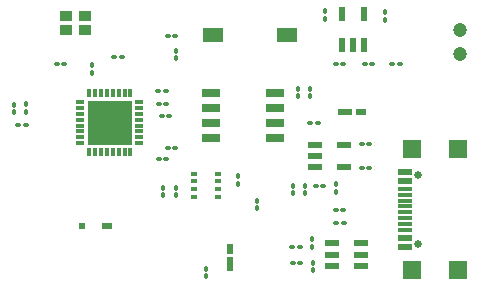
<source format=gts>
%TF.GenerationSoftware,KiCad,Pcbnew,7.0.9*%
%TF.CreationDate,2024-05-05T23:45:12+02:00*%
%TF.ProjectId,esp32_c3_custom_board,65737033-325f-4633-935f-637573746f6d,rev?*%
%TF.SameCoordinates,Original*%
%TF.FileFunction,Soldermask,Top*%
%TF.FilePolarity,Negative*%
%FSLAX46Y46*%
G04 Gerber Fmt 4.6, Leading zero omitted, Abs format (unit mm)*
G04 Created by KiCad (PCBNEW 7.0.9) date 2024-05-05 23:45:12*
%MOMM*%
%LPD*%
G01*
G04 APERTURE LIST*
G04 Aperture macros list*
%AMRoundRect*
0 Rectangle with rounded corners*
0 $1 Rounding radius*
0 $2 $3 $4 $5 $6 $7 $8 $9 X,Y pos of 4 corners*
0 Add a 4 corners polygon primitive as box body*
4,1,4,$2,$3,$4,$5,$6,$7,$8,$9,$2,$3,0*
0 Add four circle primitives for the rounded corners*
1,1,$1+$1,$2,$3*
1,1,$1+$1,$4,$5*
1,1,$1+$1,$6,$7*
1,1,$1+$1,$8,$9*
0 Add four rect primitives between the rounded corners*
20,1,$1+$1,$2,$3,$4,$5,0*
20,1,$1+$1,$4,$5,$6,$7,0*
20,1,$1+$1,$6,$7,$8,$9,0*
20,1,$1+$1,$8,$9,$2,$3,0*%
G04 Aperture macros list end*
%ADD10RoundRect,0.100000X-0.100000X0.130000X-0.100000X-0.130000X0.100000X-0.130000X0.100000X0.130000X0*%
%ADD11RoundRect,0.100000X-0.130000X-0.100000X0.130000X-0.100000X0.130000X0.100000X-0.130000X0.100000X0*%
%ADD12R,1.300000X0.500000*%
%ADD13R,0.870000X0.500000*%
%ADD14R,0.500000X0.500000*%
%ADD15R,0.900000X0.500000*%
%ADD16RoundRect,0.100000X0.100000X-0.130000X0.100000X0.130000X-0.100000X0.130000X-0.100000X-0.130000X0*%
%ADD17R,1.750000X1.200000*%
%ADD18RoundRect,0.100000X0.130000X0.100000X-0.130000X0.100000X-0.130000X-0.100000X0.130000X-0.100000X0*%
%ADD19C,1.200000*%
%ADD20R,0.500000X0.350000*%
%ADD21R,1.150000X0.600000*%
%ADD22R,0.600000X1.200000*%
%ADD23R,0.800000X0.300000*%
%ADD24R,0.300000X0.800000*%
%ADD25R,3.750000X3.750000*%
%ADD26R,1.000000X0.900000*%
%ADD27R,0.500000X1.300000*%
%ADD28R,0.500000X0.870000*%
%ADD29R,1.200000X0.600000*%
%ADD30C,0.650000*%
%ADD31R,1.150000X0.300000*%
%ADD32R,1.500000X1.500000*%
%ADD33R,1.525000X0.650000*%
G04 APERTURE END LIST*
D10*
%TO.C,C3*%
X118059200Y-140685600D03*
X118059200Y-141325600D03*
%TD*%
D11*
%TO.C,C4*%
X117368400Y-142463600D03*
X118008400Y-142463600D03*
%TD*%
%TO.C,R12*%
X130043400Y-134924800D03*
X130683400Y-134924800D03*
%TD*%
D12*
%TO.C,D1*%
X145039800Y-141376400D03*
D13*
X146354800Y-141376400D03*
%TD*%
D14*
%TO.C,MonoAnt1*%
X122766400Y-150977600D03*
D15*
X124866400Y-150977600D03*
%TD*%
D11*
%TO.C,C7*%
X146456400Y-144068800D03*
X147096400Y-144068800D03*
%TD*%
%TO.C,R7*%
X140588600Y-152755600D03*
X141228600Y-152755600D03*
%TD*%
D10*
%TO.C,C9*%
X140650000Y-147594400D03*
X140650000Y-148234400D03*
%TD*%
D11*
%TO.C,R8*%
X140609800Y-154127200D03*
X141249800Y-154127200D03*
%TD*%
D16*
%TO.C,C13*%
X141020800Y-140030600D03*
X141020800Y-139390600D03*
%TD*%
%TO.C,R6*%
X123596400Y-138003200D03*
X123596400Y-137363200D03*
%TD*%
D11*
%TO.C,R1*%
X129281400Y-145288000D03*
X129921400Y-145288000D03*
%TD*%
D17*
%TO.C,S1*%
X133856400Y-134823200D03*
X140106400Y-134823200D03*
%TD*%
D18*
%TO.C,R9*%
X144947600Y-150723600D03*
X144307600Y-150723600D03*
%TD*%
D19*
%TO.C,JST1*%
X154787600Y-134416800D03*
X154787600Y-136416800D03*
%TD*%
D10*
%TO.C,C5*%
X142341600Y-154116600D03*
X142341600Y-154756600D03*
%TD*%
D18*
%TO.C,L3*%
X147345800Y-137312400D03*
X146705800Y-137312400D03*
%TD*%
D20*
%TO.C,HM1*%
X134264400Y-146568400D03*
X134264400Y-147218400D03*
X134264400Y-147868400D03*
X134264400Y-148518400D03*
X132214400Y-148518400D03*
X132214400Y-147868400D03*
X132214400Y-147218400D03*
X132214400Y-146568400D03*
%TD*%
D11*
%TO.C,R5*%
X129255600Y-140665200D03*
X129895600Y-140665200D03*
%TD*%
D21*
%TO.C,U2*%
X142472600Y-144099200D03*
X142472600Y-145049200D03*
X142472600Y-145999200D03*
X144972600Y-145999200D03*
X144972600Y-144099200D03*
%TD*%
D10*
%TO.C,C10*%
X144256800Y-147446600D03*
X144256800Y-148086600D03*
%TD*%
%TO.C,R14*%
X135991600Y-146772800D03*
X135991600Y-147412800D03*
%TD*%
%TO.C,C17*%
X148386800Y-132888200D03*
X148386800Y-133528200D03*
%TD*%
D11*
%TO.C,R2*%
X129230600Y-139547600D03*
X129870600Y-139547600D03*
%TD*%
D22*
%TO.C,IC3*%
X144759600Y-135645200D03*
X145709600Y-135645200D03*
X146659600Y-135645200D03*
X146659600Y-133045200D03*
X144759600Y-133045200D03*
%TD*%
D23*
%TO.C,IC1*%
X122620400Y-140490000D03*
X122620400Y-140990000D03*
X122620400Y-141490000D03*
X122620400Y-141990000D03*
X122620400Y-142490000D03*
X122620400Y-142990000D03*
X122620400Y-143490000D03*
X122620400Y-143990000D03*
D24*
X123370400Y-144740000D03*
X123870400Y-144740000D03*
X124370400Y-144740000D03*
X124870400Y-144740000D03*
X125370400Y-144740000D03*
X125870400Y-144740000D03*
X126370400Y-144740000D03*
X126870400Y-144740000D03*
D23*
X127620400Y-143990000D03*
X127620400Y-143490000D03*
X127620400Y-142990000D03*
X127620400Y-142490000D03*
X127620400Y-141990000D03*
X127620400Y-141490000D03*
X127620400Y-140990000D03*
X127620400Y-140490000D03*
D24*
X126870400Y-139740000D03*
X126370400Y-139740000D03*
X125870400Y-139740000D03*
X125370400Y-139740000D03*
X124870400Y-139740000D03*
X124370400Y-139740000D03*
X123870400Y-139740000D03*
X123370400Y-139740000D03*
D25*
X125120400Y-142240000D03*
%TD*%
D11*
%TO.C,R3*%
X130017600Y-144373600D03*
X130657600Y-144373600D03*
%TD*%
D10*
%TO.C,C16*%
X129590800Y-147768400D03*
X129590800Y-148408400D03*
%TD*%
D11*
%TO.C,C8*%
X146451800Y-146100800D03*
X147091800Y-146100800D03*
%TD*%
%TO.C,C18*%
X149016800Y-137312400D03*
X149656800Y-137312400D03*
%TD*%
D18*
%TO.C,L2*%
X143205200Y-147574000D03*
X142565200Y-147574000D03*
%TD*%
D10*
%TO.C,C11*%
X141630400Y-147574000D03*
X141630400Y-148214000D03*
%TD*%
D11*
%TO.C,R10*%
X144256800Y-149606000D03*
X144896800Y-149606000D03*
%TD*%
D26*
%TO.C,Y1*%
X121387600Y-134416800D03*
X123037600Y-134416800D03*
X123037600Y-133190800D03*
X121387600Y-133190800D03*
%TD*%
D10*
%TO.C,C15*%
X130708400Y-147742600D03*
X130708400Y-148382600D03*
%TD*%
D11*
%TO.C,R4*%
X129535400Y-141681200D03*
X130175400Y-141681200D03*
%TD*%
D10*
%TO.C,C14*%
X130708400Y-136169000D03*
X130708400Y-136809000D03*
%TD*%
D16*
%TO.C,C6*%
X142280000Y-152775400D03*
X142280000Y-152135400D03*
%TD*%
D27*
%TO.C,D2*%
X135331200Y-154223000D03*
D28*
X135331200Y-152908000D03*
%TD*%
D11*
%TO.C,C1*%
X125496400Y-136652000D03*
X126136400Y-136652000D03*
%TD*%
%TO.C,R11*%
X142083000Y-142290800D03*
X142723000Y-142290800D03*
%TD*%
D29*
%TO.C,U1*%
X143905600Y-152466000D03*
X143905600Y-153416000D03*
X143905600Y-154366000D03*
X146405600Y-154366000D03*
X146405600Y-153416000D03*
X146405600Y-152466000D03*
%TD*%
D10*
%TO.C,R15*%
X137617200Y-148839400D03*
X137617200Y-149479400D03*
%TD*%
%TO.C,R17*%
X143357600Y-132791200D03*
X143357600Y-133431200D03*
%TD*%
%TO.C,R13*%
X133299200Y-154630600D03*
X133299200Y-155270600D03*
%TD*%
D11*
%TO.C,R16*%
X144267400Y-137312400D03*
X144907400Y-137312400D03*
%TD*%
%TO.C,C2*%
X120619600Y-137312400D03*
X121259600Y-137312400D03*
%TD*%
D30*
%TO.C,J1*%
X151205200Y-152485200D03*
X151205200Y-146705200D03*
D21*
X150130200Y-152795200D03*
X150130200Y-151995200D03*
D31*
X150130200Y-150845200D03*
X150130200Y-149845200D03*
X150130200Y-149345200D03*
X150130200Y-148345200D03*
D21*
X150130200Y-147195200D03*
X150130200Y-146395200D03*
D31*
X150130200Y-147845200D03*
X150130200Y-148845200D03*
X150130200Y-150345200D03*
X150130200Y-151345200D03*
D32*
X150705200Y-154715200D03*
X150705200Y-144475200D03*
X154635200Y-154715200D03*
X154635200Y-144475200D03*
%TD*%
D16*
%TO.C,L1*%
X116992400Y-141376400D03*
X116992400Y-140736400D03*
%TD*%
D33*
%TO.C,IC2*%
X133666400Y-139750800D03*
X133666400Y-141020800D03*
X133666400Y-142290800D03*
X133666400Y-143560800D03*
X139090400Y-143560800D03*
X139090400Y-142290800D03*
X139090400Y-141020800D03*
X139090400Y-139750800D03*
%TD*%
D10*
%TO.C,C12*%
X142087600Y-139390600D03*
X142087600Y-140030600D03*
%TD*%
M02*

</source>
